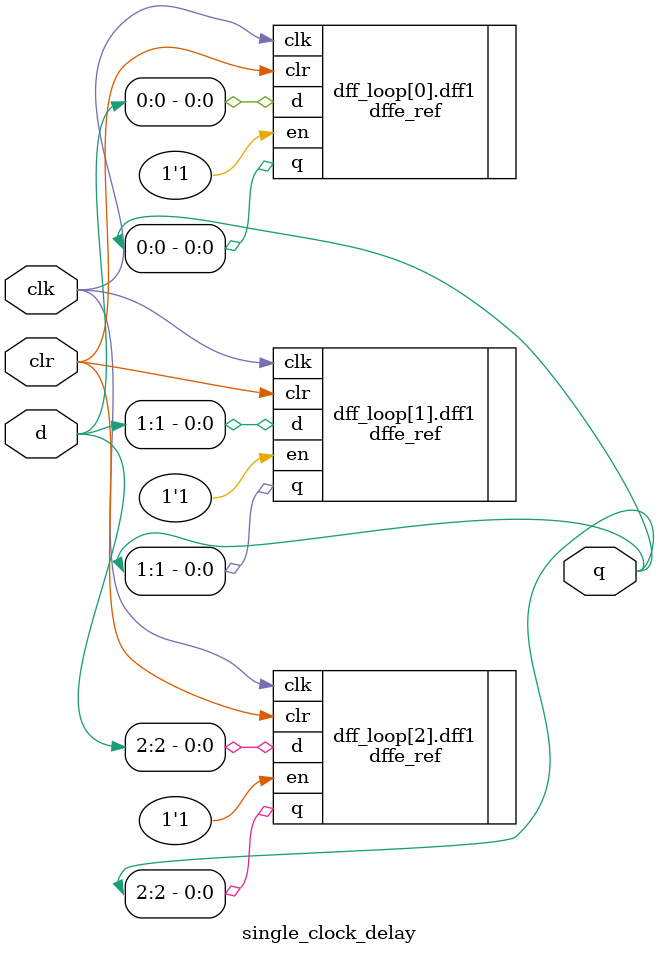
<source format=v>
module single_clock_delay #(parameter WIDTH=3) (q, d, clr, clk);
    input clr, clk;
    input [WIDTH-1 : 0] d;
    output [WIDTH-1 : 0] q;

    wire [WIDTH-1 : 0] dff1_out_i;

    genvar i;
    generate
        for (i=0; i<WIDTH; i = i+1) begin : dff_loop
            // wire dff_out_i;
            dffe_ref dff1(.q(q[i]), .d(d[i]), .clr(clr), .clk(clk), .en(1'b1));

        end
    endgenerate

endmodule
</source>
